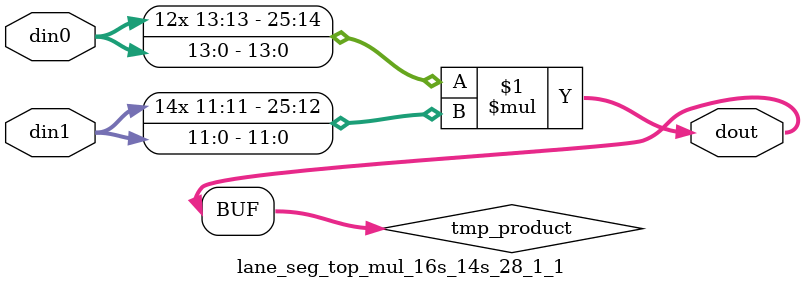
<source format=v>

`timescale 1 ns / 1 ps

  module lane_seg_top_mul_16s_14s_28_1_1(din0, din1, dout);
parameter ID = 1;
parameter NUM_STAGE = 0;
parameter din0_WIDTH = 14;
parameter din1_WIDTH = 12;
parameter dout_WIDTH = 26;

input [din0_WIDTH - 1 : 0] din0; 
input [din1_WIDTH - 1 : 0] din1; 
output [dout_WIDTH - 1 : 0] dout;

wire signed [dout_WIDTH - 1 : 0] tmp_product;













assign tmp_product = $signed(din0) * $signed(din1);








assign dout = tmp_product;







endmodule

</source>
